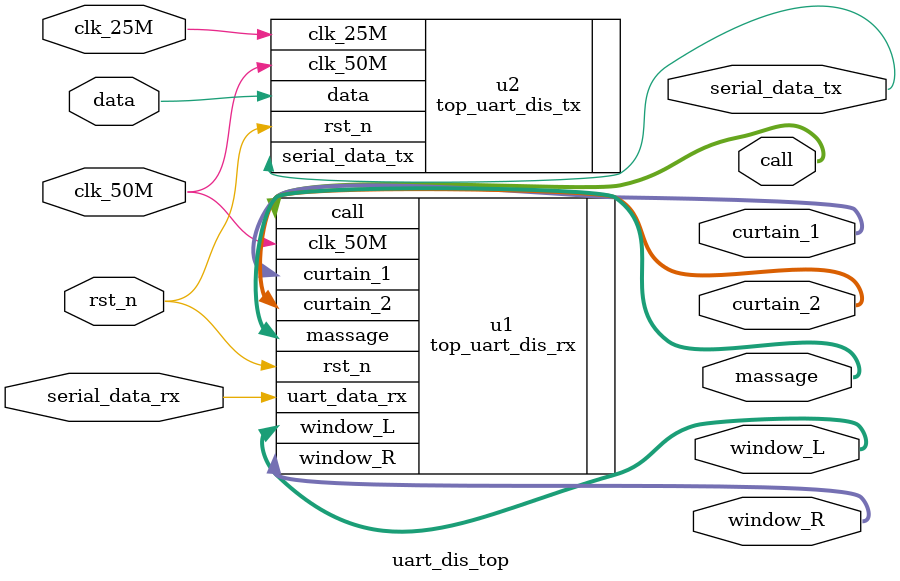
<source format=v>
`timescale 1ns / 1ps

module uart_dis_top(
//clk,
clk_50M,
clk_25M,
rst_n,data,serial_data_tx,serial_data_rx,massage,call,window_L,window_R,curtain_1,curtain_2

    );
    
   input clk_50M;
   input clk_25M;
  //  input clk;
    input rst_n;
    inout data;
    input serial_data_rx;
    output serial_data_tx;
    output [1:0]massage;     //¹ã³¡ÎèÑûÔ¼
	output [3:0]call;     //´òµç»°
	output [3:0]window_L;    //×ó´°»§
	output [3:0]window_R;    //ÓÒ´°»§
	output [2:0]curtain_1;   //ÎÔÊÒ´°Á±
	output [2:0]curtain_2;   //¿ÍÌü´°»§
	
    
    
    
    
    wire clk;
    wire clk_50M;
    wire clk_25M;
    
    
    top_uart_dis_rx u1(
    .clk_50M(clk_50M),
	.rst_n(rst_n),
	.uart_data_rx(serial_data_rx),
	.massage(massage),     //¹ã³¡ÎèÑûÔ¼
	.call(call),        //´òµç»°
	.window_L(window_L),    //×ó´°»§
	.window_R(window_R),    //ÓÒ´°»§
	.curtain_1(curtain_1),   //ÎÔÊÒ´°Á±
    .curtain_2(curtain_2)    //¿ÍÌü´°»§
	
    );
	
	top_uart_dis_tx u2(
     .clk_50M(clk_50M),
     .clk_25M(clk_25M),
     .rst_n(rst_n),
     .serial_data_tx(serial_data_tx),
     .data(data)
    );
  /*
    clk_wiz_0 instance_name
   (
    // Clock out ports
    .clk_out1(clk_50M),     // output clk_out1
    .clk_out2(clk_25M),     // output clk_out2
    // Status and control signals
    .reset(!rst_n), // input reset
    .locked(),       // output locked
   // Clock in ports
    .clk_in1(clk));      // input clk_in1
// INST_TAG_END ------ End INSTANTIATION Template ---------
*/
endmodule

</source>
